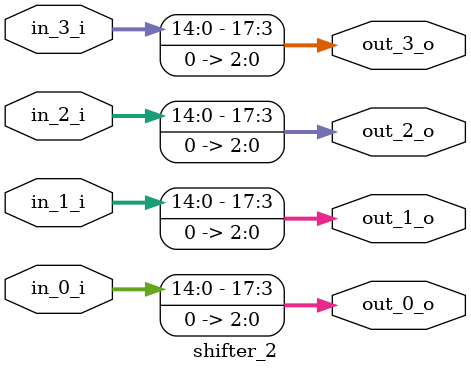
<source format=sv>

/* verilator lint_off UNUSEDSIGNAL */

`timescale 1 ns/1 ps

module shifter_2 #(
    parameter int SIZE = 18
)(
    input  logic [SIZE-1:0] in_0_i, in_1_i, in_2_i, in_3_i,
    output logic [SIZE-1:0] out_0_o, out_1_o, out_2_o, out_3_o
);

    // Shift left by 3 bits (radix-8)
    assign out_0_o = {in_0_i[SIZE-4:0], 3'b000};
    assign out_1_o = {in_1_i[SIZE-4:0], 3'b000};
    assign out_2_o = {in_2_i[SIZE-4:0], 3'b000};
    assign out_3_o = {in_3_i[SIZE-4:0], 3'b000};

endmodule

</source>
